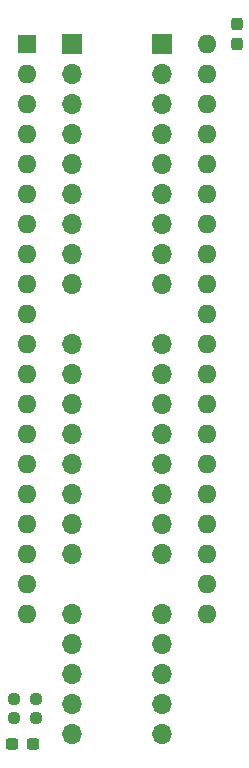
<source format=gbr>
G04 #@! TF.GenerationSoftware,KiCad,Pcbnew,8.0.4+dfsg-1*
G04 #@! TF.CreationDate,2025-02-28T19:38:26+09:00*
G04 #@! TF.ProjectId,bionic-hd6120,62696f6e-6963-42d6-9864-363132302e6b,4*
G04 #@! TF.SameCoordinates,Original*
G04 #@! TF.FileFunction,Soldermask,Bot*
G04 #@! TF.FilePolarity,Negative*
%FSLAX46Y46*%
G04 Gerber Fmt 4.6, Leading zero omitted, Abs format (unit mm)*
G04 Created by KiCad (PCBNEW 8.0.4+dfsg-1) date 2025-02-28 19:38:26*
%MOMM*%
%LPD*%
G01*
G04 APERTURE LIST*
G04 Aperture macros list*
%AMRoundRect*
0 Rectangle with rounded corners*
0 $1 Rounding radius*
0 $2 $3 $4 $5 $6 $7 $8 $9 X,Y pos of 4 corners*
0 Add a 4 corners polygon primitive as box body*
4,1,4,$2,$3,$4,$5,$6,$7,$8,$9,$2,$3,0*
0 Add four circle primitives for the rounded corners*
1,1,$1+$1,$2,$3*
1,1,$1+$1,$4,$5*
1,1,$1+$1,$6,$7*
1,1,$1+$1,$8,$9*
0 Add four rect primitives between the rounded corners*
20,1,$1+$1,$2,$3,$4,$5,0*
20,1,$1+$1,$4,$5,$6,$7,0*
20,1,$1+$1,$6,$7,$8,$9,0*
20,1,$1+$1,$8,$9,$2,$3,0*%
G04 Aperture macros list end*
%ADD10R,1.700000X1.700000*%
%ADD11O,1.700000X1.700000*%
%ADD12R,1.600000X1.600000*%
%ADD13O,1.600000X1.600000*%
%ADD14RoundRect,0.237500X0.250000X0.237500X-0.250000X0.237500X-0.250000X-0.237500X0.250000X-0.237500X0*%
%ADD15RoundRect,0.237500X0.237500X-0.300000X0.237500X0.300000X-0.237500X0.300000X-0.237500X-0.300000X0*%
%ADD16RoundRect,0.237500X0.300000X0.237500X-0.300000X0.237500X-0.300000X-0.237500X0.300000X-0.237500X0*%
G04 APERTURE END LIST*
D10*
X109890000Y-75080000D03*
D11*
X109890000Y-77620000D03*
X109890000Y-80160000D03*
X109890000Y-82700000D03*
X109890000Y-85240000D03*
X109890000Y-87780000D03*
X109890000Y-90320000D03*
X109890000Y-92860000D03*
X109890000Y-95400000D03*
X109890000Y-100480000D03*
X109890000Y-103020000D03*
X109890000Y-105560000D03*
X109890000Y-108100000D03*
X109890000Y-110640000D03*
X109890000Y-113180000D03*
X109890000Y-115720000D03*
X109890000Y-118260000D03*
X109890000Y-123340000D03*
X109890000Y-125880000D03*
X109890000Y-128420000D03*
X109890000Y-130960000D03*
X109890000Y-133500000D03*
X117510000Y-133500000D03*
X117510000Y-130960000D03*
X117510000Y-128420000D03*
X117510000Y-125880000D03*
X117510000Y-123340000D03*
X117510000Y-118260000D03*
X117510000Y-115720000D03*
X117510000Y-113180000D03*
X117510000Y-110640000D03*
X117510000Y-108100000D03*
X117510000Y-105560000D03*
X117510000Y-103020000D03*
X117510000Y-100480000D03*
X117510000Y-95400000D03*
X117510000Y-92860000D03*
X117510000Y-90320000D03*
X117510000Y-87780000D03*
X117510000Y-85240000D03*
X117510000Y-82700000D03*
X117510000Y-80160000D03*
X117510000Y-77620000D03*
D10*
X117510000Y-75080000D03*
D12*
X106080000Y-75080000D03*
D13*
X106080000Y-77620000D03*
X106080000Y-80160000D03*
X106080000Y-82700000D03*
X106080000Y-85240000D03*
X106080000Y-87780000D03*
X106080000Y-90320000D03*
X106080000Y-92860000D03*
X106080000Y-95400000D03*
X106080000Y-97940000D03*
X106080000Y-100480000D03*
X106080000Y-103020000D03*
X106080000Y-105560000D03*
X106080000Y-108100000D03*
X106080000Y-110640000D03*
X106080000Y-113180000D03*
X106080000Y-115720000D03*
X106080000Y-118260000D03*
X106080000Y-120800000D03*
X106080000Y-123340000D03*
X121320000Y-123340000D03*
X121320000Y-120800000D03*
X121320000Y-118260000D03*
X121320000Y-115720000D03*
X121320000Y-113180000D03*
X121320000Y-110640000D03*
X121320000Y-108100000D03*
X121320000Y-105560000D03*
X121320000Y-103020000D03*
X121320000Y-100480000D03*
X121320000Y-97940000D03*
X121320000Y-95400000D03*
X121320000Y-92860000D03*
X121320000Y-90320000D03*
X121320000Y-87780000D03*
X121320000Y-85240000D03*
X121320000Y-82700000D03*
X121320000Y-80160000D03*
X121320000Y-77620000D03*
X121320000Y-75080000D03*
D14*
X106867400Y-132128400D03*
X105042400Y-132128400D03*
D15*
X123910800Y-75078900D03*
X123910800Y-73353900D03*
D16*
X106586900Y-134312800D03*
X104861900Y-134312800D03*
D14*
X106867400Y-130528200D03*
X105042400Y-130528200D03*
M02*

</source>
